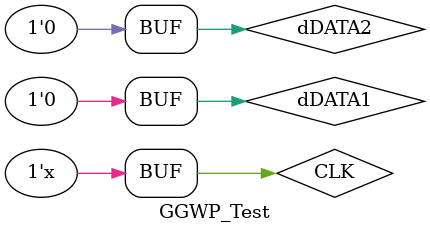
<source format=v>
`timescale 1ns / 1ps


module GGWP_Test;

	// Inputs
	reg CLK;
	reg dDATA1;
	reg dDATA2;

	// Outputs
	wire [15:0] DATA1;
	wire [15:0] DATA2;
	wire CS;
	wire CLK12_5K;
	wire [7:0] led;

	// Instantiate the Unit Under Test (UUT)
	PmodAD1GGWP uut (
		.CLK(CLK), 
		.dDATA1(dDATA1), 
		.dDATA2(dDATA2), 
		.DATA1(DATA1), 
		.DATA2(DATA2), 
		.CS(CS), 
		.CLK12_5K(CLK12_5K), 
		.led(led)
	);

	initial begin
		// Initialize Inputs
		CLK = 0;
		dDATA1 = 0;
		dDATA2 = 0;

		// Wait 100 ns for global reset to finish
		#1240000;
		dDATA1 = 1;
		dDATA2 = 1;
		#1240000;
		dDATA1 = 0;
		dDATA2 = 0;
		
        
		// Add stimulus here

	end
	
	always begin #5 CLK = ~CLK; end
      
endmodule


</source>
